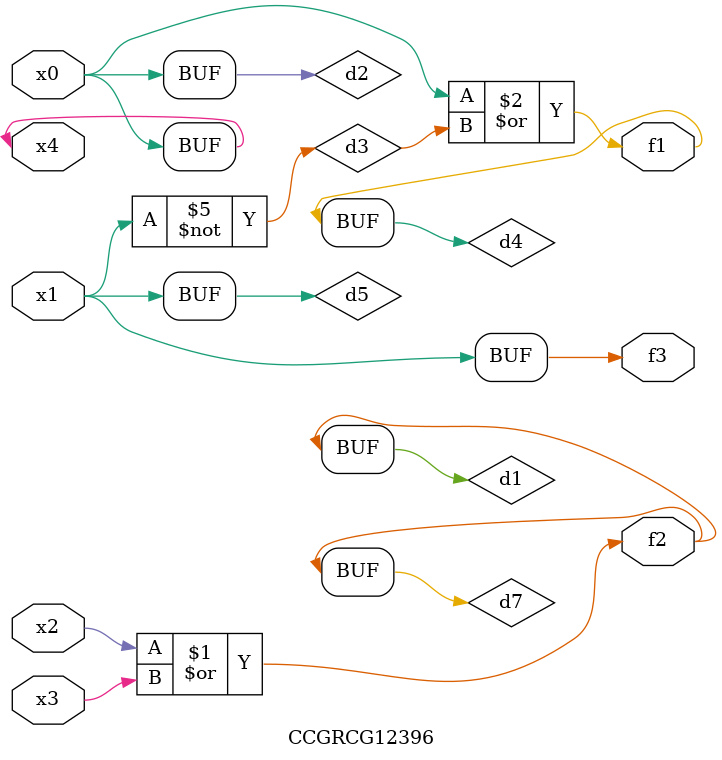
<source format=v>
module CCGRCG12396(
	input x0, x1, x2, x3, x4,
	output f1, f2, f3
);

	wire d1, d2, d3, d4, d5, d6, d7;

	or (d1, x2, x3);
	buf (d2, x0, x4);
	not (d3, x1);
	or (d4, d2, d3);
	not (d5, d3);
	nand (d6, d1, d3);
	or (d7, d1);
	assign f1 = d4;
	assign f2 = d7;
	assign f3 = d5;
endmodule

</source>
